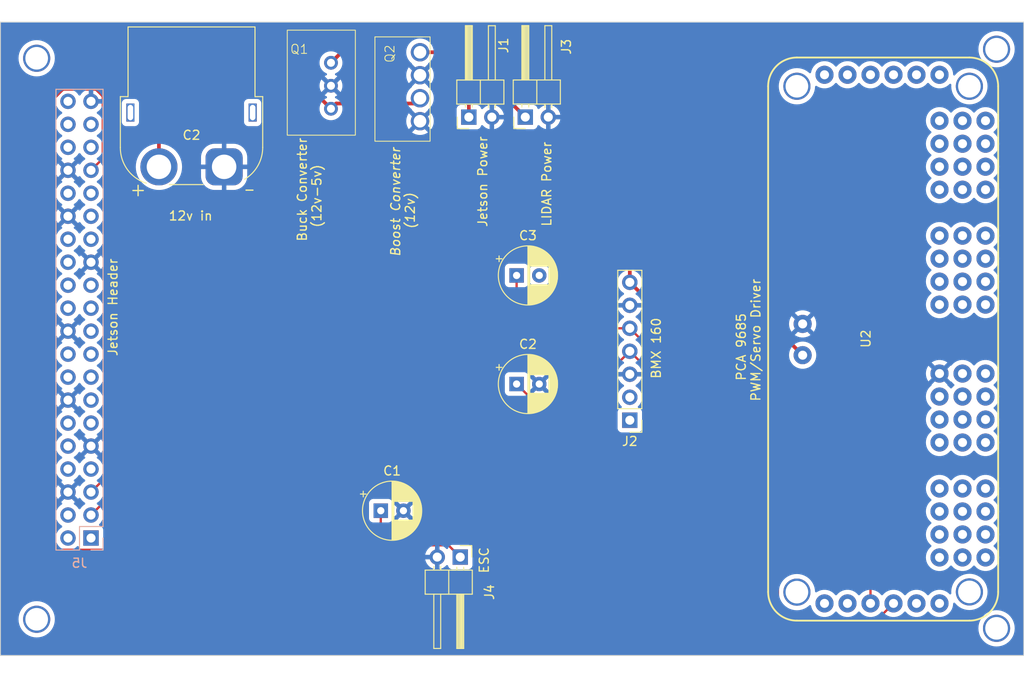
<source format=kicad_pcb>
(kicad_pcb (version 20240108) (generator "pcbnew") (generator_version "8.0")
  (layers (0 "F.Cu" signal) (31 "B.Cu" signal) (34 "B.Paste" user) (35 "F.Paste" user) (36 "B.SilkS" user "B.Silkscreen") (37 "F.SilkS" user "F.Silkscreen") (38 "B.Mask" user) (39 "F.Mask" user) (44 "Edge.Cuts" user))
  (net 0 "")
  (net 1 "+12V")
  (net 2 "SERVO")
  (net 3 "+5V")
  (net 4 "GND")
  (net 5 "ESC")
  (net 6 "SCL")
  (net 7 "SDA")
  (net 48 "STABLE_12V")
  (footprint "Connector_PinHeader_2.54mm:PinHeader_1x02_P2.54mm_Horizontal" (layer "F.Cu") (at 175.725 37.505 90)
    (property "Reference" "J1" (at 7.925 3.835 -90) (layer "F.SilkS"))
    (property "Value" "Screw_Terminal_01x02")
    (pad "1" thru_hole rect (at 0 0 90) (size 1.7 1.7) (drill 1) (layers "*.Cu" "*.Mask") (net 48 "STABLE_12V"))
    (pad "2" thru_hole oval (at 0 2.54 90) (size 1.7 1.7) (drill 1) (layers "*.Cu" "*.Mask") (net 4 "GND"))
  )
  (footprint "Capacitor_THT:CP_Radial_D6.3mm_P2.50mm" (layer "F.Cu") (at 166 81)
    (property "Reference" "C1" (at 1.25 -4.4 0) (layer "F.SilkS"))
    (property "Value" "CP_Radial_D6.3mm_P2.50mm")
    (pad "1" thru_hole rect (at 0 0) (size 1.6 1.6) (drill 0.8) (layers "*.Cu" "*.Mask") (net 5 "ESC"))
    (pad "2" thru_hole circle (at 2.5 0) (size 1.6 1.6) (drill 0.8) (layers "*.Cu" "*.Mask") (net 4 "GND"))
  )
  (footprint "Connector_PinHeader_2.54mm:PinHeader_1x02_P2.54mm_Horizontal" (layer "F.Cu") (at 174.775 86.125 -90)
    (property "Reference" "J4" (at 3.875 -3.225 90) (layer "F.SilkS"))
    (property "Value" "Screw_Terminal_01x02")
    (pad "1" thru_hole rect (at 0 0 270) (size 1.7 1.7) (drill 1) (layers "*.Cu" "*.Mask") (net 5 "ESC"))
    (pad "2" thru_hole oval (at 0 2.54 270) (size 1.7 1.7) (drill 1) (layers "*.Cu" "*.Mask") (net 4 "GND"))
  )
  (footprint "Cruz_Control_Footprints:CRE1S Boost Converter" (layer "F.Cu") (at 171.448 40.1658 90)
    (property "Reference" "Q2" (at 9.6658 -4.448 90) (layer "F.SilkS") (effects (font (thickness 0.1))))
    (property "Value" "~")
    (pad "1" thru_hole circle (at 2.2098 -1.1176 90) (size 2.032 2.032) (drill 1.397) (layers "*.Cu" "*.Mask") (net 4 "GND"))
    (pad "2" thru_hole circle (at 4.7498 -1.1176 90) (size 2.032 2.032) (drill 1.397) (layers "*.Cu" "*.Mask") (net 1 "+12V"))
    (pad "3" thru_hole circle (at 7.2898 -1.1176 90) (size 2.032 2.032) (drill 1.397) (layers "*.Cu" "*.Mask") (net 4 "GND"))
    (pad "4" thru_hole circle (at 9.8298 -1.1176 90) (size 2.032 2.032) (drill 1.397) (layers "*.Cu" "*.Mask") (net 48 "STABLE_12V"))
  )
  (footprint "Connector_PinHeader_2.54mm:PinHeader_1x07_P2.54mm_Vertical" (layer "F.Cu") (at 193.5 71 180)
    (property "Reference" "J2" (at 0 -2.33 180) (layer "F.SilkS"))
    (property "Value" "Conn_01x07_Socket")
    (pad "1" thru_hole rect (at 0 0 180) (size 1.7 1.7) (drill 1) (layers "*.Cu" "*.Mask"))
    (pad "2" thru_hole oval (at 0 2.54 180) (size 1.7 1.7) (drill 1) (layers "*.Cu" "*.Mask"))
    (pad "3" thru_hole oval (at 0 5.08 180) (size 1.7 1.7) (drill 1) (layers "*.Cu" "*.Mask") (net 4 "GND"))
    (pad "4" thru_hole oval (at 0 7.62 180) (size 1.7 1.7) (drill 1) (layers "*.Cu" "*.Mask") (net 7 "SDA"))
    (pad "5" thru_hole oval (at 0 10.16 180) (size 1.7 1.7) (drill 1) (layers "*.Cu" "*.Mask") (net 6 "SCL"))
    (pad "6" thru_hole oval (at 0 12.7 180) (size 1.7 1.7) (drill 1) (layers "*.Cu" "*.Mask") (net 4 "GND"))
    (pad "7" thru_hole oval (at 0 15.24 180) (size 1.7 1.7) (drill 1) (layers "*.Cu" "*.Mask") (net 3 "+5V"))
  )
  (footprint "" (layer "F.Cu") (at 234 30)
    (property "Reference" "" (at 0 0 0) (layer "F.SilkS") (effects (font (size 1.27 1.27))))
    (property "Value" "")
    (pad "" np_thru_hole circle (at 0 0 90) (size 3 3) (drill 2.5) (layers "*.Cu" "*.Mask"))
  )
  (footprint "Capacitor_THT:CP_Radial_D6.3mm_P2.50mm" (layer "F.Cu") (at 181 55)
    (property "Reference" "C3" (at 1.25 -4.4 0) (layer "F.SilkS"))
    (property "Value" "CP_Radial_D6.3mm_P2.50mm")
    (pad "1" thru_hole rect (at 0 0) (size 1.6 1.6) (drill 0.8) (layers "*.Cu" "*.Mask") (net 6 "SCL"))
    (pad "2" thru_hole circle (at 2.5 0) (size 1.6 1.6) (drill 0.8) (layers "*.Cu" "*.Mask") (net 4 "GND"))
  )
  (footprint "Capacitor_THT:CP_Radial_D6.3mm_P2.50mm" (layer "F.Cu") (at 181 67)
    (property "Reference" "C2" (at 1.25 -4.4 0) (layer "F.SilkS"))
    (property "Value" "CP_Radial_D6.3mm_P2.50mm")
    (pad "1" thru_hole rect (at 0 0) (size 1.6 1.6) (drill 0.8) (layers "*.Cu" "*.Mask") (net 7 "SDA"))
    (pad "2" thru_hole circle (at 2.5 0) (size 1.6 1.6) (drill 0.8) (layers "*.Cu" "*.Mask") (net 4 "GND"))
  )
  (footprint "Connector_PinHeader_2.54mm:PinHeader_1x02_P2.54mm_Horizontal" (layer "F.Cu") (at 181.96 37.5 90)
    (property "Reference" "J3" (at 7.77 4.53 -90) (layer "F.SilkS"))
    (property "Value" "Screw_Terminal_01x02")
    (pad "1" thru_hole rect (at 0 0 90) (size 1.7 1.7) (drill 1) (layers "*.Cu" "*.Mask") (net 48 "STABLE_12V"))
    (pad "2" thru_hole oval (at 0 2.54 90) (size 1.7 1.7) (drill 1) (layers "*.Cu" "*.Mask") (net 4 "GND"))
  )
  (footprint "Converter_DCDC:LC78_05-3.0" (layer "F.Cu") (at 163.1924 39.501)
    (property "Reference" "Q1" (at -6.1924 -9.501 0) (layer "F.SilkS") (effects (font (thickness 0.1))))
    (property "Value" "~")
    (pad "1" thru_hole circle (at -2.6924 -2.921) (size 1.524 1.524) (drill 0.889) (layers "*.Cu" "*.Mask") (net 1 "+12V"))
    (pad "2" thru_hole circle (at -2.6924 -5.461) (size 1.524 1.524) (drill 0.889) (layers "*.Cu" "*.Mask") (net 4 "GND"))
    (pad "3" thru_hole circle (at -2.6924 -8.001) (size 1.524 1.524) (drill 0.889) (layers "*.Cu" "*.Mask") (net 3 "+5V"))
  )
  (footprint "Motors:Adafruit PCA9685 rev C (1)" (layer "F.Cu") (at 231.002 89.9746 90)
    (property "Reference" "U2" (at 27.9746 -11.43 90) (layer "F.SilkS"))
    (property "Value" "~")
    (pad "" np_thru_hole circle (at -0.0254 -19.05 90) (size 3 3) (drill 2.5) (layers "F&B.Cu" "*.Mask"))
    (pad "" np_thru_hole circle (at 0 0 90) (size 3 3) (drill 2.5) (layers "F&B.Cu" "*.Mask"))
    (pad "" np_thru_hole circle (at 55.88 -19.05 90) (size 3 3) (drill 2.5) (layers "F&B.Cu" "*.Mask"))
    (pad "" np_thru_hole circle (at 55.88 0 90) (size 3 3) (drill 2.5) (layers "F&B.Cu" "*.Mask"))
    (pad "1" thru_hole circle (at -1.27 -3.302 90) (size 2 2) (drill 1) (layers "*.Cu" "*.Mask"))
    (pad "1" thru_hole circle (at 3.81 -0.762 90) (size 2 2) (drill 1) (layers "*.Cu" "*.Mask"))
    (pad "1" thru_hole circle (at 6.35 -0.762 90) (size 2 2) (drill 1) (layers "*.Cu" "*.Mask"))
    (pad "1" thru_hole circle (at 8.89 -0.762 90) (size 2 2) (drill 1) (layers "*.Cu" "*.Mask"))
    (pad "1" thru_hole circle (at 11.43 -0.762 90) (size 2 2) (drill 1) (layers "*.Cu" "*.Mask"))
    (pad "1" thru_hole circle (at 16.51 -0.762 90) (size 2 2) (drill 1) (layers "*.Cu" "*.Mask"))
    (pad "1" thru_hole circle (at 19.05 -0.762 90) (size 2 2) (drill 1) (layers "*.Cu" "*.Mask"))
    (pad "1" thru_hole circle (at 21.59 -0.762 90) (size 2 2) (drill 1) (layers "*.Cu" "*.Mask"))
    (pad "1" thru_hole circle (at 24.13 -0.762 90) (size 2 2) (drill 1) (layers "*.Cu" "*.Mask"))
    (pad "1" thru_hole circle (at 31.75 -0.762 90) (size 2 2) (drill 1) (layers "*.Cu" "*.Mask"))
    (pad "1" thru_hole circle (at 34.29 -0.762 90) (size 2 2) (drill 1) (layers "*.Cu" "*.Mask"))
    (pad "1" thru_hole circle (at 36.83 -0.762 90) (size 2 2) (drill 1) (layers "*.Cu" "*.Mask"))
    (pad "1" thru_hole circle (at 39.37 -0.762 90) (size 2 2) (drill 1) (layers "*.Cu" "*.Mask"))
    (pad "1" thru_hole circle (at 44.45 -0.762 90) (size 2 2) (drill 1) (layers "*.Cu" "*.Mask"))
    (pad "1" thru_hole circle (at 46.99 -0.762 90) (size 2 2) (drill 1) (layers "*.Cu" "*.Mask"))
    (pad "1" thru_hole circle (at 49.53 -0.762 90) (size 2 2) (drill 1) (layers "*.Cu" "*.Mask"))
    (pad "1" thru_hole circle (at 52.07 -0.762 90) (size 2 2) (drill 1) (layers "*.Cu" "*.Mask"))
    (pad "1" thru_hole circle (at 57.15 -3.302 90) (size 2 2) (drill 1) (layers "*.Cu" "*.Mask"))
    (pad "2" thru_hole circle (at -1.27 -5.842 90) (size 2 2) (drill 1) (layers "*.Cu" "*.Mask"))
    (pad "2" thru_hole circle (at 57.15 -5.842 90) (size 2 2) (drill 1) (layers "*.Cu" "*.Mask"))
    (pad "3" thru_hole circle (at -1.27 -8.382 90) (size 2 2) (drill 1) (layers "*.Cu" "*.Mask") (net 7 "SDA"))
    (pad "3" thru_hole circle (at 57.15 -8.382 90) (size 2 2) (drill 1) (layers "*.Cu" "*.Mask"))
    (pad "4" thru_hole circle (at -1.27 -10.922 90) (size 2 2) (drill 1) (layers "*.Cu" "*.Mask") (net 6 "SCL"))
    (pad "4" thru_hole circle (at 57.15 -10.922 90) (size 2 2) (drill 1) (layers "*.Cu" "*.Mask"))
    (pad "5" thru_hole circle (at -1.27 -13.462 90) (size 2 2) (drill 1) (layers "*.Cu" "*.Mask"))
    (pad "5" thru_hole circle (at 57.15 -13.462 90) (size 2 2) (drill 1) (layers "*.Cu" "*.Mask"))
    (pad "6" thru_hole circle (at -1.27 -16.002 90) (size 2 2) (drill 1) (layers "*.Cu" "*.Mask"))
    (pad "6" thru_hole circle (at 3.81 1.778 90) (size 2 2) (drill 1) (layers "*.Cu" "*.Mask"))
    (pad "6" thru_hole circle (at 6.35 1.778 90) (size 2 2) (drill 1) (layers "*.Cu" "*.Mask"))
    (pad "6" thru_hole circle (at 8.89 1.778 90) (size 2 2) (drill 1) (layers "*.Cu" "*.Mask"))
    (pad "6" thru_hole circle (at 11.43 1.778 90) (size 2 2) (drill 1) (layers "*.Cu" "*.Mask"))
    (pad "6" thru_hole circle (at 16.51 1.778 90) (size 2 2) (drill 1) (layers "*.Cu" "*.Mask"))
    (pad "6" thru_hole circle (at 19.05 1.778 90) (size 2 2) (drill 1) (layers "*.Cu" "*.Mask"))
    (pad "6" thru_hole circle (at 21.59 1.778 90) (size 2 2) (drill 1) (layers "*.Cu" "*.Mask"))
    (pad "6" thru_hole circle (at 24.13 1.778 90) (size 2 2) (drill 1) (layers "*.Cu" "*.Mask"))
    (pad "6" thru_hole circle (at 31.75 1.778 90) (size 2 2) (drill 1) (layers "*.Cu" "*.Mask"))
    (pad "6" thru_hole circle (at 34.29 1.778 90) (size 2 2) (drill 1) (layers "*.Cu" "*.Mask"))
    (pad "6" thru_hole circle (at 36.83 1.778 90) (size 2 2) (drill 1) (layers "*.Cu" "*.Mask"))
    (pad "6" thru_hole circle (at 39.37 1.778 90) (size 2 2) (drill 1) (layers "*.Cu" "*.Mask"))
    (pad "6" thru_hole circle (at 44.45 1.778 90) (size 2 2) (drill 1) (layers "*.Cu" "*.Mask"))
    (pad "6" thru_hole circle (at 46.99 1.778 90) (size 2 2) (drill 1) (layers "*.Cu" "*.Mask"))
    (pad "6" thru_hole circle (at 49.53 1.778 90) (size 2 2) (drill 1) (layers "*.Cu" "*.Mask"))
    (pad "6" thru_hole circle (at 52.07 1.778 90) (size 2 2) (drill 1) (layers "*.Cu" "*.Mask"))
    (pad "6" thru_hole circle (at 57.15 -16.002 90) (size 2 2) (drill 1) (layers "*.Cu" "*.Mask"))
    (pad "7" thru_hole circle (at 3.81 -3.302 90) (size 2 2) (drill 1) (layers "*.Cu" "*.Mask"))
    (pad "8" thru_hole circle (at 6.35 -3.302 90) (size 2 2) (drill 1) (layers "*.Cu" "*.Mask"))
    (pad "9" thru_hole circle (at 8.89 -3.302 90) (size 2 2) (drill 1) (layers "*.Cu" "*.Mask"))
    (pad "10" thru_hole circle (at 11.43 -3.302 90) (size 2 2) (drill 1) (layers "*.Cu" "*.Mask"))
    (pad "11" thru_hole circle (at 16.51 -3.302 90) (size 2 2) (drill 1) (layers "*.Cu" "*.Mask"))
    (pad "12" thru_hole circle (at 19.05 -3.302 90) (size 2 2) (drill 1) (layers "*.Cu" "*.Mask"))
    (pad "13" thru_hole circle (at 21.59 -3.302 90) (size 2 2) (drill 1) (layers "*.Cu" "*.Mask"))
    (pad "14" thru_hole circle (at 24.13 -3.302 90) (size 2 2) (drill 1) (layers "*.Cu" "*.Mask") (net 4 "GND"))
    (pad "15" thru_hole circle (at 31.75 -3.302 90) (size 2 2) (drill 1) (layers "*.Cu" "*.Mask"))
    (pad "16" thru_hole circle (at 34.29 -3.302 90) (size 2 2) (drill 1) (layers "*.Cu" "*.Mask"))
    (pad "17" thru_hole circle (at 36.83 -3.302 90) (size 2 2) (drill 1) (layers "*.Cu" "*.Mask"))
    (pad "18" thru_hole circle (at 39.37 -3.302 90) (size 2 2) (drill 1) (layers "*.Cu" "*.Mask"))
    (pad "19" thru_hole circle (at 44.45 -3.302 90) (size 2 2) (drill 1) (layers "*.Cu" "*.Mask"))
    (pad "20" thru_hole circle (at 46.99 -3.302 90) (size 2 2) (drill 1) (layers "*.Cu" "*.Mask"))
    (pad "21" thru_hole circle (at 49.53 -3.302 90) (size 2 2) (drill 1) (layers "*.Cu" "*.Mask"))
    (pad "22" thru_hole circle (at 52.07 -3.302 90) (size 2 2) (drill 1) (layers "*.Cu" "*.Mask"))
    (pad "24" thru_hole circle (at 26.162 -18.415 90) (size 2 2) (drill 1) (layers "*.Cu" "*.Mask") (net 3 "+5V"))
    (pad "25" thru_hole circle (at 29.6164 -18.415 90) (size 2 2) (drill 1) (layers "*.Cu" "*.Mask") (net 4 "GND"))
  )
  (footprint "Connector_AMASS:AMASS_XT60PW-F_1x02_P7.20mm_Horizontal" (layer "F.Cu") (at 148.7 43)
    (property "Reference" "C2" (at -3.6 -3.5 0) (layer "F.SilkS"))
    (property "Value" "~")
    (fp_text user "-" (at 2.8 2.5 0) (layer "F.SilkS"))
    (fp_text user "+" (at -9.5 2.5 0) (layer "F.SilkS") (effects (font (size 1.5 1.5))))
    (pad "" thru_hole rect (at -10.35 -6) (size 0.9 2) (drill oval 0.6 1.7) (layers "*.Cu" "*.Mask"))
    (pad "" thru_hole rect (at 3.15 -6) (size 0.9 2) (drill oval 0.6 1.7) (layers "*.Cu" "*.Mask"))
    (pad "1" thru_hole roundrect (at 0 0) (size 4.1 4.1) (drill 2.7) (layers "*.Cu" "*.Mask") (net 4 "GND"))
    (pad "2" thru_hole circle (at -7.2 0) (size 4.1 4.1) (drill 2.7) (layers "*.Cu" "*.Mask") (net 1 "+12V"))
  )
  (footprint "" (layer "F.Cu") (at 128 93)
    (property "Reference" "" (at 0 0 0) (layer "F.SilkS") (effects (font (size 1.27 1.27))))
    (property "Value" "")
    (pad "" np_thru_hole circle (at 0 0 90) (size 3 3) (drill 2.5) (layers "*.Cu" "*.Mask"))
  )
  (footprint "" (layer "F.Cu") (at 128 31)
    (property "Reference" "" (at 0 0 0) (layer "F.SilkS") (effects (font (size 1.27 1.27))))
    (property "Value" "")
    (pad "" np_thru_hole circle (at 0 0 90) (size 3 3) (drill 2.5) (layers "*.Cu" "*.Mask"))
  )
  (footprint "" (layer "F.Cu") (at 234 94)
    (property "Reference" "" (at 0 0 0) (layer "F.SilkS") (effects (font (size 1.27 1.27))))
    (property "Value" "")
    (pad "" np_thru_hole circle (at 0 0 90) (size 3 3) (drill 2.5) (layers "*.Cu" "*.Mask"))
  )
  (footprint "Connector_PinSocket_2.54mm:PinSocket_2x20_P2.54mm_Vertical" (layer "B.Cu") (at 134 84.02)
    (property "Reference" "J5" (at -1.27 2.77 0) (layer "B.SilkS") (effects (justify mirror)))
    (property "Value" "Conn_02x20_Odd_Even")
    (pad "1" thru_hole rect (at 0 0) (size 1.7 1.7) (drill 1) (layers "*.Cu" "*.Mask"))
    (pad "2" thru_hole oval (at -2.54 0) (size 1.7 1.7) (drill 1) (layers "*.Cu" "*.Mask"))
    (pad "3" thru_hole oval (at 0 -2.54) (size 1.7 1.7) (drill 1) (layers "*.Cu" "*.Mask") (net 7 "SDA"))
    (pad "4" thru_hole oval (at -2.54 -2.54) (size 1.7 1.7) (drill 1) (layers "*.Cu" "*.Mask"))
    (pad "5" thru_hole oval (at 0 -5.08) (size 1.7 1.7) (drill 1) (layers "*.Cu" "*.Mask") (net 6 "SCL"))
    (pad "6" thru_hole oval (at -2.54 -5.08) (size 1.7 1.7) (drill 1) (layers "*.Cu" "*.Mask") (net 4 "GND"))
    (pad "7" thru_hole oval (at 0 -7.62) (size 1.7 1.7) (drill 1) (layers "*.Cu" "*.Mask"))
    (pad "8" thru_hole oval (at -2.54 -7.62) (size 1.7 1.7) (drill 1) (layers "*.Cu" "*.Mask"))
    (pad "9" thru_hole oval (at 0 -10.16) (size 1.7 1.7) (drill 1) (layers "*.Cu" "*.Mask") (net 4 "GND"))
    (pad "10" thru_hole oval (at -2.54 -10.16) (size 1.7 1.7) (drill 1) (layers "*.Cu" "*.Mask"))
    (pad "11" thru_hole oval (at 0 -12.7) (size 1.7 1.7) (drill 1) (layers "*.Cu" "*.Mask"))
    (pad "12" thru_hole oval (at -2.54 -12.7) (size 1.7 1.7) (drill 1) (layers "*.Cu" "*.Mask"))
    (pad "13" thru_hole oval (at 0 -15.24) (size 1.7 1.7) (drill 1) (layers "*.Cu" "*.Mask"))
    (pad "14" thru_hole oval (at -2.54 -15.24) (size 1.7 1.7) (drill 1) (layers "*.Cu" "*.Mask") (net 4 "GND"))
    (pad "15" thru_hole oval (at 0 -17.78) (size 1.7 1.7) (drill 1) (layers "*.Cu" "*.Mask"))
    (pad "16" thru_hole oval (at -2.54 -17.78) (size 1.7 1.7) (drill 1) (layers "*.Cu" "*.Mask"))
    (pad "17" thru_hole oval (at 0 -20.32) (size 1.7 1.7) (drill 1) (layers "*.Cu" "*.Mask"))
    (pad "18" thru_hole oval (at -2.54 -20.32) (size 1.7 1.7) (drill 1) (layers "*.Cu" "*.Mask"))
    (pad "19" thru_hole oval (at 0 -22.86) (size 1.7 1.7) (drill 1) (layers "*.Cu" "*.Mask"))
    (pad "20" thru_hole oval (at -2.54 -22.86) (size 1.7 1.7) (drill 1) (layers "*.Cu" "*.Mask") (net 4 "GND"))
    (pad "21" thru_hole oval (at 0 -25.4) (size 1.7 1.7) (drill 1) (layers "*.Cu" "*.Mask"))
    (pad "22" thru_hole oval (at -2.54 -25.4) (size 1.7 1.7) (drill 1) (layers "*.Cu" "*.Mask"))
    (pad "23" thru_hole oval (at 0 -27.94) (size 1.7 1.7) (drill 1) (layers "*.Cu" "*.Mask"))
    (pad "24" thru_hole oval (at -2.54 -27.94) (size 1.7 1.7) (drill 1) (layers "*.Cu" "*.Mask"))
    (pad "25" thru_hole oval (at 0 -30.48) (size 1.7 1.7) (drill 1) (layers "*.Cu" "*.Mask") (net 4 "GND"))
    (pad "26" thru_hole oval (at -2.54 -30.48) (size 1.7 1.7) (drill 1) (layers "*.Cu" "*.Mask"))
    (pad "27" thru_hole oval (at 0 -33.02) (size 1.7 1.7) (drill 1) (layers "*.Cu" "*.Mask"))
    (pad "28" thru_hole oval (at -2.54 -33.02) (size 1.7 1.7) (drill 1) (layers "*.Cu" "*.Mask"))
    (pad "29" thru_hole oval (at 0 -35.56) (size 1.7 1.7) (drill 1) (layers "*.Cu" "*.Mask"))
    (pad "30" thru_hole oval (at -2.54 -35.56) (size 1.7 1.7) (drill 1) (layers "*.Cu" "*.Mask") (net 4 "GND"))
    (pad "31" thru_hole oval (at 0 -38.1) (size 1.7 1.7) (drill 1) (layers "*.Cu" "*.Mask"))
    (pad "32" thru_hole oval (at -2.54 -38.1) (size 1.7 1.7) (drill 1) (layers "*.Cu" "*.Mask") (net 2 "SERVO"))
    (pad "33" thru_hole oval (at 0 -40.64) (size 1.7 1.7) (drill 1) (layers "*.Cu" "*.Mask") (net 5 "ESC"))
    (pad "34" thru_hole oval (at -2.54 -40.64) (size 1.7 1.7) (drill 1) (layers "*.Cu" "*.Mask") (net 4 "GND"))
    (pad "35" thru_hole oval (at 0 -43.18) (size 1.7 1.7) (drill 1) (layers "*.Cu" "*.Mask"))
    (pad "36" thru_hole oval (at -2.54 -43.18) (size 1.7 1.7) (drill 1) (layers "*.Cu" "*.Mask"))
    (pad "37" thru_hole oval (at 0 -45.72) (size 1.7 1.7) (drill 1) (layers "*.Cu" "*.Mask"))
    (pad "38" thru_hole oval (at -2.54 -45.72) (size 1.7 1.7) (drill 1) (layers "*.Cu" "*.Mask"))
    (pad "39" thru_hole oval (at 0 -48.26) (size 1.7 1.7) (drill 1) (layers "*.Cu" "*.Mask") (net 4 "GND"))
    (pad "40" thru_hole oval (at -2.54 -48.26) (size 1.7 1.7) (drill 1) (layers "*.Cu" "*.Mask"))
  )
  (gr_rect (start 124 27) (end 237 97) (stroke (width 0.1)) (fill none) (layer "Edge.Cuts"))
  (gr_text "   PCA 9685\nPWM/Servo Driver\n" (at 208 69 90) (layer "F.SilkS") (effects (font (size 1 1)) (justify left bottom)))
  (gr_text "LIDAR Power" (at 184.91 49.67 90) (layer "F.SilkS") (effects (font (size 1 1)) (justify left bottom)))
  (gr_text "Jetson Header\n" (at 137 64 90) (layer "F.SilkS") (effects (font (size 1 1)) (justify left bottom)))
  (gr_text "Boost Converter\n    (12v)" (at 169.83 53 90) (layer "F.SilkS") (effects (font (size 1 1) (thickness 0.15) (italic yes)) (justify left bottom)))
  (gr_text "ESC" (at 178 88 90) (layer "F.SilkS") (effects (font (size 1 1)) (justify left bottom)))
  (gr_text "12v in" (at 142.5 49 0) (layer "F.SilkS") (effects (font (size 1 1)) (justify left bottom)))
  (gr_text "Buck Converter\n  (12v-5v)" (at 159.52 51.32 90) (layer "F.SilkS") (effects (font (size 1 1)) (justify left bottom)))
  (gr_text "Jetson Power" (at 177.84 49.73 90) (layer "F.SilkS") (effects (font (size 1 1)) (justify left bottom)))
  (gr_text "BMX 160\n" (at 197 66.5 90) (layer "F.SilkS") (effects (font (size 1 1)) (justify left bottom)))
  (segment (start 144.575 34.5) (end 158.42 34.5) (width 0.41) (layer "F.Cu") (net 1))
  (segment (start 144.575 34.5) (end 141.5 37.575) (width 0.41) (layer "F.Cu") (net 1))
  (segment (start 169.7464 36) (end 170.3304 35.416) (width 0.41) (layer "F.Cu") (net 1))
  (segment (start 160.5 36.58) (end 161.08 36) (width 0.41) (layer "F.Cu") (net 1))
  (segment (start 161.08 36) (end 169.7464 36) (width 0.41) (layer "F.Cu") (net 1))
  (segment (start 158.42 34.5) (end 160.5 36.58) (width 0.41) (layer "F.Cu") (net 1))
  (segment (start 141.5 37.575) (end 141.5 43) (width 0.41) (layer "F.Cu") (net 1))
  (segment (start 193.5 40.5) (end 193.5 55.76) (width 0.41) (layer "F.Cu") (net 3))
  (segment (start 195.548 57.808) (end 193.5 55.76) (width 0.41) (layer "F.Cu") (net 3))
  (segment (start 206.5824 57.808) (end 195.548 57.808) (width 0.41) (layer "F.Cu") (net 3))
  (segment (start 206.5824 57.808) (end 212.587 63.8126) (width 0.41) (layer "F.Cu") (net 3))
  (segment (start 163.48 28.52) (end 181.52 28.52) (width 0.41) (layer "F.Cu") (net 3))
  (segment (start 160.5 31.5) (end 163.48 28.52) (width 0.41) (layer "F.Cu") (net 3))
  (segment (start 181.52 28.52) (end 193.5 40.5) (width 0.41) (layer "F.Cu") (net 3))
  (segment (start 135.3 42.08) (end 135.3 35.221522) (width 0.25) (layer "F.Cu") (net 5))
  (segment (start 166 82.32) (end 166 81) (width 0.25) (layer "F.Cu") (net 5))
  (segment (start 130.921522 34.46) (end 129 36.381522) (width 0.25) (layer "F.Cu") (net 5))
  (segment (start 130 85.32) (end 163 85.32) (width 0.25) (layer "F.Cu") (net 5))
  (segment (start 135.3 35.221522) (end 134.538478 34.46) (width 0.25) (layer "F.Cu") (net 5))
  (segment (start 163 85.32) (end 166 82.32) (width 0.25) (layer "F.Cu") (net 5))
  (segment (start 134.538478 34.46) (end 130.921522 34.46) (width 0.25) (layer "F.Cu") (net 5))
  (segment (start 134 43.38) (end 135.3 42.08) (width 0.25) (layer "F.Cu") (net 5))
  (segment (start 129 84.32) (end 130 85.32) (width 0.25) (layer "F.Cu") (net 5))
  (segment (start 163 85.32) (end 170.68 85.32) (width 0.25) (layer "F.Cu") (net 5))
  (segment (start 171.175 84.825) (end 173.475 84.825) (width 0.25) (layer "F.Cu") (net 5))
  (segment (start 129 36.381522) (end 129 84.32) (width 0.25) (layer "F.Cu") (net 5))
  (segment (start 170.68 85.32) (end 171.175 84.825) (width 0.25) (layer "F.Cu") (net 5))
  (segment (start 173.475 84.825) (end 174.775 86.125) (width 0.25) (layer "F.Cu") (net 5))
  (segment (start 193.5 60.84) (end 220.08 87.42) (width 0.25) (layer "F.Cu") (net 6))
  (segment (start 139.02 73.92) (end 134 78.94) (width 0.25) (layer "F.Cu") (net 6))
  (segment (start 181 59) (end 181 55) (width 0.25) (layer "F.Cu") (net 6))
  (segment (start 157.58 73.92) (end 139.02 73.92) (width 0.25) (layer "F.Cu") (net 6))
  (segment (start 182 60.84) (end 182 60) (width 0.25) (layer "F.Cu") (net 6))
  (segment (start 220.08 87.42) (end 220.08 91.2446) (width 0.25) (layer "F.Cu") (net 6))
  (segment (start 182 60) (end 181 59) (width 0.25) (layer "F.Cu") (net 6))
  (segment (start 170.66 60.84) (end 182 60.84) (width 0.25) (layer "F.Cu") (net 6))
  (segment (start 157.58 73.92) (end 170.66 60.84) (width 0.25) (layer "F.Cu") (net 6))
  (segment (start 182 60.84) (end 193.5 60.84) (width 0.25) (layer "F.Cu") (net 6))
  (segment (start 187.94 68.94) (end 193.5 63.38) (width 0.25) (layer "F.Cu") (net 7))
  (segment (start 180.42 76.46) (end 187.94 68.94) (width 0.25) (layer "F.Cu") (net 7))
  (segment (start 187.44 69.44) (end 183.44 69.44) (width 0.25) (layer "F.Cu") (net 7))
  (segment (start 180.42 76.46) (end 139.02 76.46) (width 0.25) (layer "F.Cu") (net 7))
  (segment (start 183.44 69.44) (end 181 67) (width 0.25) (layer "F.Cu") (net 7))
  (segment (start 187.94 68.94) (end 187.44 69.44) (width 0.25) (layer "F.Cu") (net 7))
  (segment (start 209.86 79.74) (end 209.86 91.4296) (width 0.25) (layer "F.Cu") (net 7))
  (segment (start 209.86 91.4296) (end 211.4304 93) (width 0.25) (layer "F.Cu") (net 7))
  (segment (start 211.4304 93) (end 220.8646 93) (width 0.25) (layer "F.Cu") (net 7))
  (segment (start 220.8646 93) (end 222.62 91.2446) (width 0.25) (layer "F.Cu") (net 7))
  (segment (start 193.5 63.38) (end 209.86 79.74) (width 0.25) (layer "F.Cu") (net 7))
  (segment (start 139.02 76.46) (end 134 81.48) (width 0.25) (layer "F.Cu") (net 7))
  (segment (start 174.796 30.336) (end 181.96 37.5) (width 0.41) (layer "F.Cu") (net 48))
  (segment (start 170.3304 30.336) (end 173.14 30.336) (width 0.41) (layer "F.Cu") (net 48))
  (segment (start 175.725 32.921) (end 175.725 37.505) (width 0.41) (layer "F.Cu") (net 48))
  (segment (start 173.14 30.336) (end 175.725 32.921) (width 0.41) (layer "F.Cu") (net 48))
  (segment (start 173.14 30.336) (end 174.796 30.336) (width 0.41) (layer "F.Cu") (net 48))
  (zone (net 4) (net_name "GND") (layer "B.Cu") (connect_pads (clearance 0.5)) (min_thickness 0.25) (fill yes (thermal_gap 0.5) (thermal_bridge_width 0.5))
    (polygon (pts (xy 124 27) (xy 124 97) (xy 237 97) (xy 237 27)))
  )
)
</source>
